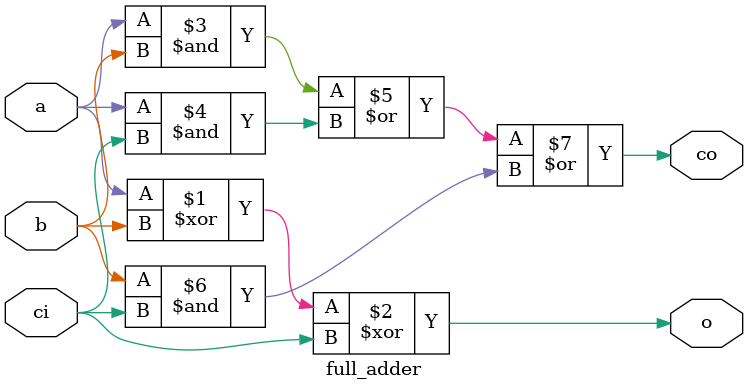
<source format=v>
module full_adder (input a,b,ci,
                   output co,o);

	assign o  = a^b^ci;
	assign co = (a & b) | (a & ci) | (b & ci);

endmodule

</source>
